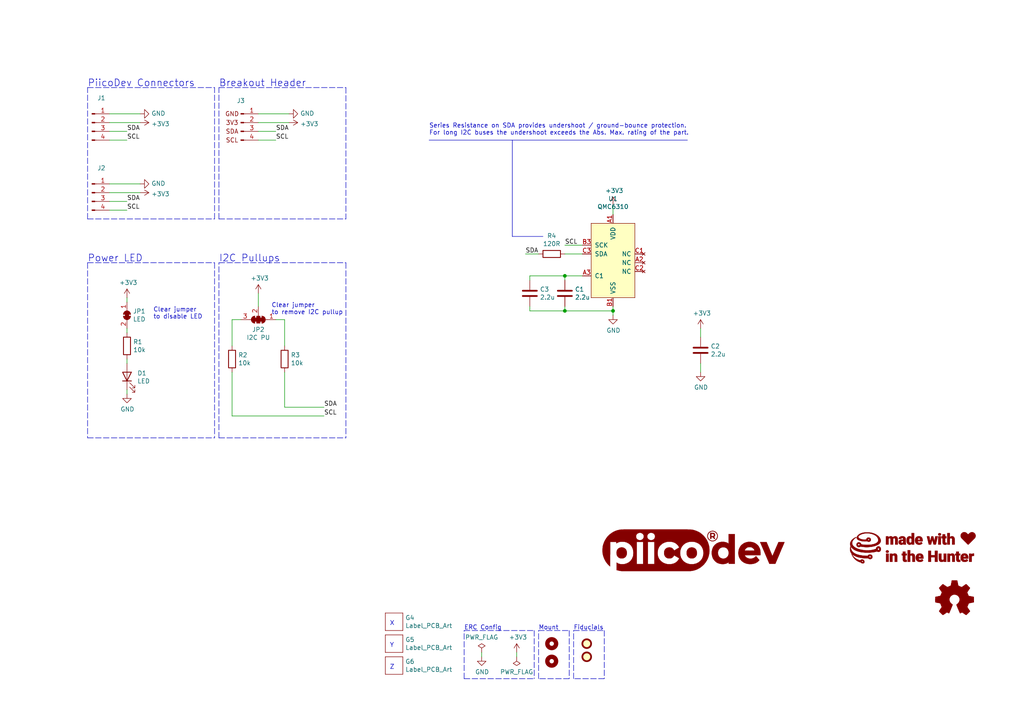
<source format=kicad_sch>
(kicad_sch (version 20211123) (generator eeschema)
  (paper "A4")
  (title_block (title "PiicoDev Module Magnetic Sensor") (date "2021-10-25") (rev "10") (company "Core Electronics") (comment 1 "Designed at Core Electronics by Peter Johnston") (comment 2 "PiicoDev and the PiicoDev logo are trademarks of Core Electronics Pty Ltd.") (comment 3 "License: CCASAv4.0 http://creativecommons.org/licenses/by-sa/4.0"))
  (lib_symbols
    (symbol "Connector:Conn_01x04_Male" (pin_names (offset 1.016) hide)
      (property "Reference" "J" (at 0 5.08 0))
      (property "Value" "Conn_01x04_Male" (at 0 -7.62 0))
      (symbol "Conn_01x04_Male_1_1"
        (pin passive line (at 5.08 2.54 180) (length 3.81) (name "Pin_1") (number "1"))
        (pin passive line (at 5.08 0 180) (length 3.81) (name "Pin_2") (number "2"))
        (pin passive line (at 5.08 -2.54 180) (length 3.81) (name "Pin_3") (number "3"))
        (pin passive line (at 5.08 -5.08 180) (length 3.81) (name "Pin_4") (number "4"))
      )
    )
    (symbol "CoreElectronics_Artwork:LOGO_CoreElectronics_no-text" (pin_names (offset 1.016)))
    (symbol "CoreElectronics_Artwork:LOGO_PiicoDev" (pin_names (offset 1.016)))
    (symbol "CoreElectronics_Artwork:LOGO_made-with-love" (pin_names (offset 1.016)))
    (symbol "CoreElectronics_Artwork:Label_PCB_Art" (pin_names (offset 1.016))
      (property "Reference" "G" (at 0 0 0))
      (property "Value" "Label_PCB_Art" (at 0 0 0))
    )
    (symbol "CoreElectronics_Components:Conn_PiicoDev_header_01x04_Male" (pin_names (offset 1.016) hide)
      (property "Reference" "J" (at 0 7.62 0))
      (property "Value" "Conn_PiicoDev_header_01x04_Male" (at 0 -7.62 0))
      (symbol "Conn_PiicoDev_header_01x04_Male_0_0"
        (text "3V3" (at -2.54 2.54 0) (effects (font (size 1.27 1.27))))
        (text "GND" (at -2.54 5.08 0) (effects (font (size 1.27 1.27))))
        (text "SCL" (at -2.54 -2.54 0) (effects (font (size 1.27 1.27))))
        (text "SDA" (at -2.54 0 0) (effects (font (size 1.27 1.27))))
      )
      (symbol "Conn_PiicoDev_header_01x04_Male_1_1"
        (pin passive line (at 5.08 5.08 180) (length 3.81) (name "Pin_1") (number "1"))
        (pin passive line (at 5.08 2.54 180) (length 3.81) (name "Pin_2") (number "2"))
        (pin passive line (at 5.08 0 180) (length 3.81) (name "Pin_3") (number "3"))
        (pin passive line (at 5.08 -2.54 180) (length 3.81) (name "Pin_4") (number "4"))
      )
    )
    (symbol "CoreElectronics_Components:QMC6310" (pin_names (offset 1.016))
      (property "Reference" "U" (at -6.35 12.7 0))
      (property "Value" "QMC6310" (at 5.08 12.7 0))
      (symbol "QMC6310_0_0"
        (pin power_in line (at 0 13.97 270) (length 2.54) (name "VDD") (number "A1"))
        (pin no_connect line (at 8.89 0 180) (length 2.54) (name "NC") (number "A2"))
        (pin passive line (at -8.89 -3.81 0) (length 2.54) (name "C1") (number "A3"))
        (pin power_in line (at 0 -12.7 90) (length 2.54) (name "VSS") (number "B1"))
        (pin input line (at -8.89 5.08 0) (length 2.54) (name "SCK") (number "B3"))
        (pin no_connect line (at 8.89 2.54 180) (length 2.54) (name "NC") (number "C1"))
        (pin no_connect line (at 8.89 -2.54 180) (length 2.54) (name "NC") (number "C2"))
        (pin input line (at -8.89 2.54 0) (length 2.54) (name "SDA") (number "C3"))
      )
    )
    (symbol "Device:C" (pin_numbers hide) (pin_names (offset 0.254))
      (property "Reference" "C" (at 0.635 2.54 0))
      (property "Value" "C" (at 0.635 -2.54 0))
      (symbol "C_1_1"
        (pin passive line (at 0 3.81 270) (length 2.794) (name "~") (number "1"))
        (pin passive line (at 0 -3.81 90) (length 2.794) (name "~") (number "2"))
      )
    )
    (symbol "Device:LED" (pin_numbers hide) (pin_names (offset 1.016) hide)
      (property "Reference" "D" (at 0 2.54 0))
      (property "Value" "LED" (at 0 -2.54 0))
      (symbol "LED_1_1"
        (pin passive line (at -3.81 0 0) (length 2.54) (name "K") (number "1"))
        (pin passive line (at 3.81 0 180) (length 2.54) (name "A") (number "2"))
      )
    )
    (symbol "Device:R" (pin_numbers hide) (pin_names (offset 0))
      (property "Reference" "R" (at 2.032 0 90))
      (property "Value" "R" (at 0 0 90))
      (symbol "R_1_1"
        (pin passive line (at 0 3.81 270) (length 1.27) (name "~") (number "1"))
        (pin passive line (at 0 -3.81 90) (length 1.27) (name "~") (number "2"))
      )
    )
    (symbol "Graphic:Logo_Open_Hardware_Small" (pin_names (offset 1.016)))
    (symbol "Jumper:SolderJumper_2_Bridged" (pin_names (offset 0) hide)
      (property "Reference" "JP" (at 0 2.032 0))
      (property "Value" "SolderJumper_2_Bridged" (at 0 -2.54 0))
      (symbol "SolderJumper_2_Bridged_1_1"
        (pin passive line (at -3.81 0 0) (length 2.54) (name "A") (number "1"))
        (pin passive line (at 3.81 0 180) (length 2.54) (name "B") (number "2"))
      )
    )
    (symbol "Mechanical:Fiducial"
      (property "Reference" "FID" (at 0 5.08 0))
      (property "Value" "Fiducial" (at 0 3.175 0))
    )
    (symbol "Mechanical:MountingHole" (pin_names (offset 1.016))
      (property "Reference" "H" (at 0 5.08 0))
      (property "Value" "MountingHole" (at 0 3.175 0))
    )
    (symbol "PiicoDev-Magnetic-Sensor-QMC6310-rescue:SolderJumper_3_Bridged123-Jumper" (pin_names (offset 0) hide)
      (property "Reference" "JP" (at -2.54 -2.54 0))
      (property "Value" "SolderJumper_3_Bridged123-Jumper" (at 0 2.794 0))
      (symbol "SolderJumper_3_Bridged123-Jumper_1_1"
        (pin passive line (at -5.08 0 0) (length 2.54) (name "A") (number "1"))
        (pin input line (at 0 -3.81 90) (length 2.54) (name "C") (number "2"))
        (pin passive line (at 5.08 0 180) (length 2.54) (name "B") (number "3"))
      )
    )
    (symbol "power:+3V3" (power) (pin_names (offset 0))
      (property "Value" "+3V3" (at 0 3.556 0))
      (symbol "+3V3_1_1"
        (pin power_in line (at 0 0 90) (length 0) hide (name "+3V3") (number "1"))
      )
    )
    (symbol "power:GND" (power) (pin_names (offset 0))
      (property "Value" "GND" (at 0 -3.81 0))
      (symbol "GND_1_1"
        (pin power_in line (at 0 0 270) (length 0) hide (name "GND") (number "1"))
      )
    )
    (symbol "power:PWR_FLAG" (power) (pin_numbers hide) (pin_names (offset 0) hide)
      (property "Value" "PWR_FLAG" (at 0 3.81 0))
      (symbol "PWR_FLAG_0_0"
        (pin power_out line (at 0 0 90) (length 0) (name "pwr") (number "1"))
      )
    )
  )
  (junction (at 163.83 90.17))
  (junction (at 163.83 80.01))
  (junction (at 177.8 90.17))
  (wire (pts (xy 36.83 40.64) (xy 31.75 40.64)))
  (polyline (pts (xy 25.4 63.5) (xy 62.23 63.5)))
  (polyline (pts (xy 62.23 76.2) (xy 62.23 127)))
  (wire (pts (xy 67.31 92.71) (xy 69.85 92.71)))
  (wire (pts (xy 153.67 81.28) (xy 153.67 80.01)))
  (polyline (pts (xy 25.4 76.2) (xy 25.4 127)))
  (wire (pts (xy 163.83 80.01) (xy 168.91 80.01)))
  (wire (pts (xy 40.64 33.02) (xy 31.75 33.02)))
  (polyline (pts (xy 148.59 68.58) (xy 148.59 40.64)) (stroke (width 0) (type solid)))
  (polyline (pts (xy 63.5 76.2) (xy 100.33 76.2)))
  (wire (pts (xy 36.83 114.3) (xy 36.83 113.03)))
  (wire (pts (xy 74.93 85.09) (xy 74.93 88.9)))
  (polyline (pts (xy 134.62 196.85) (xy 154.94 196.85)))
  (wire (pts (xy 139.7 189.23) (xy 139.7 190.5)))
  (wire (pts (xy 31.75 55.88) (xy 40.64 55.88)))
  (polyline (pts (xy 25.4 25.4) (xy 62.23 25.4)))
  (polyline (pts (xy 165.1 182.88) (xy 165.1 196.85)))
  (wire (pts (xy 40.64 53.34) (xy 31.75 53.34)))
  (wire (pts (xy 149.86 189.23) (xy 149.86 190.5)))
  (wire (pts (xy 82.55 100.33) (xy 82.55 92.71)))
  (polyline (pts (xy 156.21 196.85) (xy 156.21 182.88)))
  (polyline (pts (xy 166.37 196.85) (xy 166.37 182.88)))
  (wire (pts (xy 203.2 105.41) (xy 203.2 107.95)))
  (polyline (pts (xy 157.48 68.58) (xy 148.59 68.58)) (stroke (width 0) (type solid)))
  (polyline (pts (xy 100.33 25.4) (xy 100.33 63.5)))
  (wire (pts (xy 177.8 90.17) (xy 163.83 90.17)))
  (wire (pts (xy 36.83 87.63) (xy 36.83 86.36)))
  (wire (pts (xy 83.82 33.02) (xy 74.93 33.02)))
  (wire (pts (xy 163.83 81.28) (xy 163.83 80.01)))
  (polyline (pts (xy 25.4 76.2) (xy 62.23 76.2)))
  (wire (pts (xy 67.31 100.33) (xy 67.31 92.71)))
  (wire (pts (xy 177.8 88.9) (xy 177.8 90.17)))
  (wire (pts (xy 36.83 38.1) (xy 31.75 38.1)))
  (polyline (pts (xy 154.94 182.88) (xy 154.94 196.85)))
  (wire (pts (xy 163.83 73.66) (xy 168.91 73.66)))
  (polyline (pts (xy 63.5 25.4) (xy 100.33 25.4)))
  (polyline (pts (xy 156.21 182.88) (xy 165.1 182.88)))
  (wire (pts (xy 177.8 90.17) (xy 177.8 91.44)))
  (wire (pts (xy 163.83 71.12) (xy 168.91 71.12)))
  (wire (pts (xy 203.2 95.25) (xy 203.2 97.79)))
  (polyline (pts (xy 100.33 76.2) (xy 100.33 127)))
  (wire (pts (xy 82.55 118.11) (xy 93.98 118.11)))
  (wire (pts (xy 36.83 58.42) (xy 31.75 58.42)))
  (wire (pts (xy 153.67 88.9) (xy 153.67 90.17)))
  (polyline (pts (xy 175.26 182.88) (xy 175.26 196.85)))
  (polyline (pts (xy 63.5 127) (xy 100.33 127)))
  (polyline (pts (xy 124.46 40.64) (xy 199.39 40.64)) (stroke (width 0) (type solid)))
  (polyline (pts (xy 165.1 196.85) (xy 156.21 196.85)))
  (polyline (pts (xy 134.62 196.85) (xy 134.62 182.88)))
  (polyline (pts (xy 166.37 182.88) (xy 175.26 182.88)))
  (polyline (pts (xy 134.62 182.88) (xy 154.94 182.88)))
  (wire (pts (xy 67.31 107.95) (xy 67.31 120.65)))
  (wire (pts (xy 31.75 35.56) (xy 40.64 35.56)))
  (polyline (pts (xy 175.26 196.85) (xy 166.37 196.85)))
  (wire (pts (xy 156.21 73.66) (xy 152.4 73.66)))
  (polyline (pts (xy 25.4 63.5) (xy 25.4 25.4)))
  (polyline (pts (xy 63.5 63.5) (xy 100.33 63.5)))
  (wire (pts (xy 74.93 35.56) (xy 83.82 35.56)))
  (wire (pts (xy 163.83 90.17) (xy 163.83 88.9)))
  (polyline (pts (xy 25.4 127) (xy 62.23 127)))
  (polyline (pts (xy 63.5 63.5) (xy 63.5 25.4)))
  (wire (pts (xy 82.55 92.71) (xy 80.01 92.71)))
  (wire (pts (xy 82.55 107.95) (xy 82.55 118.11)))
  (wire (pts (xy 153.67 80.01) (xy 163.83 80.01)))
  (wire (pts (xy 36.83 105.41) (xy 36.83 104.14)))
  (wire (pts (xy 80.01 38.1) (xy 74.93 38.1)))
  (polyline (pts (xy 63.5 127) (xy 63.5 76.2)))
  (polyline (pts (xy 62.23 63.5) (xy 62.23 25.4)))
  (wire (pts (xy 36.83 96.52) (xy 36.83 95.25)))
  (wire (pts (xy 80.01 40.64) (xy 74.93 40.64)))
  (wire (pts (xy 177.8 62.23) (xy 177.8 59.69)))
  (wire (pts (xy 153.67 90.17) (xy 163.83 90.17)))
  (wire (pts (xy 36.83 60.96) (xy 31.75 60.96)))
  (wire (pts (xy 67.31 120.65) (xy 93.98 120.65)))
  (text "ERC Config" (at 134.62 182.88 0) (effects (font (size 1.27 1.27)) (justify left bottom)))
  (text "PiicoDev Connectors" (at 25.4 25.4 0) (effects (font (size 2.0066 2.0066)) (justify left bottom)))
  (text "Breakout Header" (at 63.5 25.4 0) (effects (font (size 2.0066 2.0066)) (justify left bottom)))
  (text "Z" (at 113.03 194.31 0) (effects (font (size 1.27 1.27)) (justify left bottom)))
  (text "X" (at 113.03 181.61 0) (effects (font (size 1.27 1.27)) (justify left bottom)))
  (text "Mount" (at 156.21 182.88 0) (effects (font (size 1.27 1.27)) (justify left bottom)))
  (text "Fiducials" (at 166.37 182.88 0) (effects (font (size 1.27 1.27)) (justify left bottom)))
  (text "Y" (at 113.03 187.96 0) (effects (font (size 1.27 1.27)) (justify left bottom)))
  (text "Series Resistance on SDA provides undershoot / ground-bounce protection. \nFor long I2C buses the undershoot exceeds the Abs. Max. rating of the part." (at 124.46 39.37 0) (effects (font (size 1.27 1.27)) (justify left bottom)))
  (text "Clear jumper \nto disable LED" (at 44.45 92.71 0) (effects (font (size 1.27 1.27)) (justify left bottom)))
  (text "Power LED" (at 25.4 76.2 0) (effects (font (size 2.0066 2.0066)) (justify left bottom)))
  (text "Clear jumper \nto remove I2C pullup" (at 78.74 91.44 0) (effects (font (size 1.27 1.27)) (justify left bottom)))
  (text "I2C Pullups" (at 63.5 76.2 0) (effects (font (size 2.0066 2.0066)) (justify left bottom)))
  (label "SCL" (at 36.83 60.96 0))
  (label "SDA" (at 93.98 118.11 0))
  (label "SCL" (at 80.01 40.64 0))
  (label "SCL" (at 93.98 120.65 0))
  (label "SDA" (at 80.01 38.1 0))
  (label "SCL" (at 163.83 71.12 0))
  (label "SDA" (at 36.83 58.42 0))
  (label "SDA" (at 152.4 73.66 0))
  (label "SDA" (at 36.83 38.1 0))
  (label "SCL" (at 36.83 40.64 0))
  (symbol (lib_id "CoreElectronics_Artwork:LOGO_PiicoDev") (at 203.2 160.02 0) (unit 1)
    (property "Reference" "G1" (effects hide))
    (property "Value" "LOGO_PiicoDev" (effects hide))
    (property "Footprint" "CoreElectronics_Artwork:piicodev_logo_14.2x3.4mm" (effects hide))
  )
  (symbol (lib_id "CoreElectronics_Artwork:LOGO_made-with-love") (at 269.24 158.75 0) (unit 1)
    (property "Reference" "G3" (effects hide))
    (property "Value" "LOGO_made-with-love" (effects hide))
    (property "Footprint" "CoreElectronics_Artwork:piicodev_logo_14.2x3.4mm" (effects hide))
  )
  (symbol (lib_id "CoreElectronics_Artwork:LOGO_CoreElectronics_no-text") (at 251.46 158.75 0) (unit 1)
    (property "Reference" "G2" (effects hide))
    (property "Value" "LOGO_CoreElectronics_no-text" (effects hide))
    (property "Footprint" "CoreElectronics_Artwork:CoreElectronics_logo_5mm" (effects hide))
  )
  (symbol (lib_id "Graphic:Logo_Open_Hardware_Small") (at 276.86 173.99 0) (unit 1)
    (property "Reference" "LOGO1" (effects hide))
    (property "Value" "Logo_Open_Hardware_Small" (effects hide))
    (property "Footprint" "CoreElectronics_Artwork:oshw" (effects hide))
  )
  (symbol (lib_id "power:PWR_FLAG") (at 139.7 189.23 0) (unit 1)
    (property "Reference" "#FLG?" (effects hide))
    (property "Value" "PWR_FLAG" (at 139.7 184.8358 0))
  )
  (symbol (lib_id "power:PWR_FLAG") (at 149.86 190.5 180) (unit 1)
    (property "Reference" "#FLG?" (effects hide))
    (property "Value" "PWR_FLAG" (at 149.86 194.8942 0))
  )
  (symbol (lib_id "power:GND") (at 139.7 190.5 0) (unit 1)
    (property "Reference" "#PWR?" (effects hide))
    (property "Value" "GND" (at 139.827 194.8942 0))
  )
  (symbol (lib_id "power:+3V3") (at 149.86 189.23 0) (unit 1)
    (property "Reference" "#PWR?" (effects hide))
    (property "Value" "+3V3" (at 150.241 184.8358 0))
  )
  (symbol (lib_id "Mechanical:MountingHole") (at 160.02 191.77 0) (unit 1)
    (property "Reference" "H2" (effects hide))
    (property "Value" "MountingHole" (effects hide))
    (property "Footprint" "CoreElectronics_Components:MountingHole_2.7mm_M2.5_PadClearance_1.2" (effects hide))
  )
  (symbol (lib_id "Mechanical:MountingHole") (at 160.02 186.69 0) (unit 1)
    (property "Reference" "H1" (effects hide))
    (property "Value" "MountingHole" (effects hide))
    (property "Footprint" "CoreElectronics_Components:MountingHole_2.7mm_M2.5_PadClearance_1.2" (effects hide))
  )
  (symbol (lib_id "Mechanical:Fiducial") (at 170.18 190.5 0) (unit 1)
    (property "Reference" "FID2" (effects hide))
    (property "Value" "Fiducial" (effects hide))
    (property "Footprint" "Fiducial:Fiducial_1mm_Mask2mm" (effects hide))
  )
  (symbol (lib_id "Mechanical:Fiducial") (at 170.18 186.69 0) (unit 1)
    (property "Reference" "FID1" (effects hide))
    (property "Value" "Fiducial" (effects hide))
    (property "Footprint" "Fiducial:Fiducial_1mm_Mask2mm" (effects hide))
  )
  (symbol (lib_id "Connector:Conn_01x04_Male") (at 26.67 35.56 0) (unit 1)
    (property "Reference" "J1" (at 29.4132 28.4226 0))
    (property "Value" " " (at 29.4132 30.734 0))
    (property "Footprint" "Connector_JST:JST_SH_SM04B-SRSS-TB_1x04-1MP_P1.00mm_Horizontal" (effects hide))
  )
  (symbol (lib_id "power:+3V3") (at 40.64 35.56 270) (unit 1)
    (property "Reference" "#PWR?" (effects hide))
    (property "Value" "+3V3" (at 43.8912 35.941 90) (effects (justify left)))
  )
  (symbol (lib_id "power:GND") (at 40.64 33.02 90) (unit 1)
    (property "Reference" "#PWR?" (effects hide))
    (property "Value" "GND" (at 43.8912 32.893 90) (effects (justify right)))
  )
  (symbol (lib_id "Connector:Conn_01x04_Male") (at 26.67 55.88 0) (unit 1)
    (property "Reference" "J2" (at 29.4132 48.7426 0))
    (property "Value" " " (at 29.4132 51.054 0))
    (property "Footprint" "Connector_JST:JST_SH_SM04B-SRSS-TB_1x04-1MP_P1.00mm_Horizontal" (effects hide))
  )
  (symbol (lib_id "power:+3V3") (at 40.64 55.88 270) (unit 1)
    (property "Reference" "#PWR?" (effects hide))
    (property "Value" "+3V3" (at 43.8912 56.261 90) (effects (justify left)))
  )
  (symbol (lib_id "power:GND") (at 40.64 53.34 90) (unit 1)
    (property "Reference" "#PWR?" (effects hide))
    (property "Value" "GND" (at 43.8912 53.213 90) (effects (justify right)))
  )
  (symbol (lib_id "power:+3V3") (at 83.82 35.56 270) (unit 1)
    (property "Reference" "#PWR?" (effects hide))
    (property "Value" "+3V3" (at 87.0712 35.941 90) (effects (justify left)))
  )
  (symbol (lib_id "power:GND") (at 83.82 33.02 90) (unit 1)
    (property "Reference" "#PWR?" (effects hide))
    (property "Value" "GND" (at 87.0712 32.893 90) (effects (justify right)))
  )
  (symbol (lib_id "CoreElectronics_Components:Conn_PiicoDev_header_01x04_Male") (at 69.85 38.1 0) (unit 1)
    (property "Reference" "J3" (at 69.85 29.21 0))
    (property "Value" "Conn_PiicoDev_header_01x04_Male" (effects hide))
    (property "Footprint" "CoreElectronics_Components:PiicoDev_header_4pin" (effects hide))
  )
  (symbol (lib_id "Device:R") (at 82.55 104.14 0) (unit 1)
    (property "Reference" "R3" (at 84.328 102.9716 0) (effects (justify left)))
    (property "Value" "10k" (at 84.328 105.283 0) (effects (justify left)))
    (property "Footprint" "Resistor_SMD:R_0402_1005Metric" (effects hide))
  )
  (symbol (lib_id "PiicoDev-Magnetic-Sensor-QMC6310-rescue:SolderJumper_3_Bridged123-Jumper") (at 74.93 92.71 180) (unit 1)
    (property "Reference" "JP2" (at 74.93 95.5802 0))
    (property "Value" "I2C PU" (at 74.93 97.8916 0))
    (property "Footprint" "CoreElectronics_Components:SolderJumper-3_P1.3mm_Closed_RoundedPad1.0x1.5mm_NumberLabels" (effects hide))
  )
  (symbol (lib_id "Device:R") (at 67.31 104.14 0) (unit 1)
    (property "Reference" "R2" (at 69.088 102.9716 0) (effects (justify left)))
    (property "Value" "10k" (at 69.088 105.283 0) (effects (justify left)))
    (property "Footprint" "Resistor_SMD:R_0402_1005Metric" (effects hide))
  )
  (symbol (lib_id "power:+3V3") (at 74.93 85.09 0) (unit 1)
    (property "Reference" "#PWR?" (effects hide))
    (property "Value" "+3V3" (at 75.311 80.6958 0))
  )
  (symbol (lib_id "Device:LED") (at 36.83 109.22 90) (unit 1)
    (property "Reference" "D1" (at 39.8272 108.2294 90) (effects (justify right)))
    (property "Value" "LED" (at 39.8272 110.5408 90) (effects (justify right)))
    (property "Footprint" "LED_SMD:LED_0603_1608Metric" (effects hide))
  )
  (symbol (lib_id "power:GND") (at 36.83 114.3 0) (unit 1)
    (property "Reference" "#PWR?" (effects hide))
    (property "Value" "GND" (at 36.957 118.6942 0))
  )
  (symbol (lib_id "power:+3V3") (at 36.83 86.36 0) (unit 1)
    (property "Reference" "#PWR?" (effects hide))
    (property "Value" "+3V3" (at 37.211 81.9658 0))
  )
  (symbol (lib_id "Jumper:SolderJumper_2_Bridged") (at 36.83 91.44 270) (unit 1)
    (property "Reference" "JP1" (at 38.5572 90.2716 90) (effects (justify left)))
    (property "Value" "LED" (at 38.5572 92.583 90) (effects (justify left)))
    (property "Footprint" "CoreElectronics_Components:SolderJumper-2_P1.3mm_Bridged_RoundedPad1.0x1.5mm" (effects hide))
  )
  (symbol (lib_id "Device:R") (at 36.83 100.33 0) (unit 1)
    (property "Reference" "R1" (at 38.608 99.1616 0) (effects (justify left)))
    (property "Value" "10k" (at 38.608 101.473 0) (effects (justify left)))
    (property "Footprint" "Resistor_SMD:R_0402_1005Metric" (effects hide))
  )
  (symbol (lib_id "power:+3V3") (at 177.8 59.69 0) (unit 1)
    (property "Reference" "#PWR?" (effects hide))
    (property "Value" "+3V3" (at 178.181 55.2958 0))
  )
  (symbol (lib_id "CoreElectronics_Components:QMC6310") (at 177.8 76.2 0) (unit 1)
    (property "Reference" "U1" (at 177.8 57.6326 0))
    (property "Value" "QMC6310" (at 177.8 59.944 0))
    (property "Footprint" "CoreElectronics_Components:LGA-8_1.2x1.2mm_P0.4mm" (effects hide))
    (property "Datasheet" "https://datasheet.lcsc.com/lcsc/2007101835_QST-QMC6310U_C669299.pdf" (effects hide))
  )
  (symbol (lib_id "power:GND") (at 177.8 91.44 0) (unit 1)
    (property "Reference" "#PWR?" (effects hide))
    (property "Value" "GND" (at 177.927 95.8342 0))
  )
  (symbol (lib_id "Device:C") (at 163.83 85.09 0) (unit 1)
    (property "Reference" "C1" (at 166.751 83.9216 0) (effects (justify left)))
    (property "Value" "2.2u" (at 166.751 86.233 0) (effects (justify left)))
    (property "Footprint" "Capacitor_SMD:C_0402_1005Metric" (effects hide))
  )
  (symbol (lib_id "Device:C") (at 203.2 101.6 0) (unit 1)
    (property "Reference" "C2" (at 206.121 100.4316 0) (effects (justify left)))
    (property "Value" "2.2u" (at 206.121 102.743 0) (effects (justify left)))
    (property "Footprint" "Capacitor_SMD:C_0402_1005Metric" (effects hide))
  )
  (symbol (lib_id "power:GND") (at 203.2 107.95 0) (unit 1)
    (property "Reference" "#PWR?" (effects hide))
    (property "Value" "GND" (at 203.327 112.3442 0))
  )
  (symbol (lib_id "power:+3V3") (at 203.2 95.25 0) (unit 1)
    (property "Reference" "#PWR?" (effects hide))
    (property "Value" "+3V3" (at 203.581 90.8558 0))
  )
  (symbol (lib_id "Device:C") (at 153.67 85.09 0) (unit 1)
    (property "Reference" "C3" (at 156.591 83.9216 0) (effects (justify left)))
    (property "Value" "2.2u" (at 156.591 86.233 0) (effects (justify left)))
    (property "Footprint" "Capacitor_SMD:C_0402_1005Metric" (effects hide))
  )
  (symbol (lib_id "CoreElectronics_Artwork:Label_PCB_Art") (at 114.3 180.34 0) (unit 1)
    (property "Reference" "G4" (at 117.5512 179.1716 0) (effects (justify left)))
    (property "Value" "Label_PCB_Art" (at 117.5512 181.483 0) (effects (justify left)))
    (property "Footprint" "CoreElectronics_Artwork:Axes_and_polarity_X" (effects hide))
  )
  (symbol (lib_id "CoreElectronics_Artwork:Label_PCB_Art") (at 114.3 193.04 0) (unit 1)
    (property "Reference" "G6" (at 117.5512 191.8716 0) (effects (justify left)))
    (property "Value" "Label_PCB_Art" (at 117.5512 194.183 0) (effects (justify left)))
    (property "Footprint" "CoreElectronics_Artwork:Axes_and_polarity_Z" (effects hide))
  )
  (symbol (lib_id "CoreElectronics_Artwork:Label_PCB_Art") (at 114.3 186.69 0) (unit 1)
    (property "Reference" "G5" (at 117.5512 185.5216 0) (effects (justify left)))
    (property "Value" "Label_PCB_Art" (at 117.5512 187.833 0) (effects (justify left)))
    (property "Footprint" "CoreElectronics_Artwork:Axes_and_polarity_Y" (effects hide))
  )
  (symbol (lib_id "Device:R") (at 160.02 73.66 270) (unit 1)
    (property "Reference" "R4" (at 160.02 68.4022 90))
    (property "Value" "120R" (at 160.02 70.7136 90))
    (property "Footprint" "Resistor_SMD:R_0402_1005Metric" (effects hide))
  )
)
</source>
